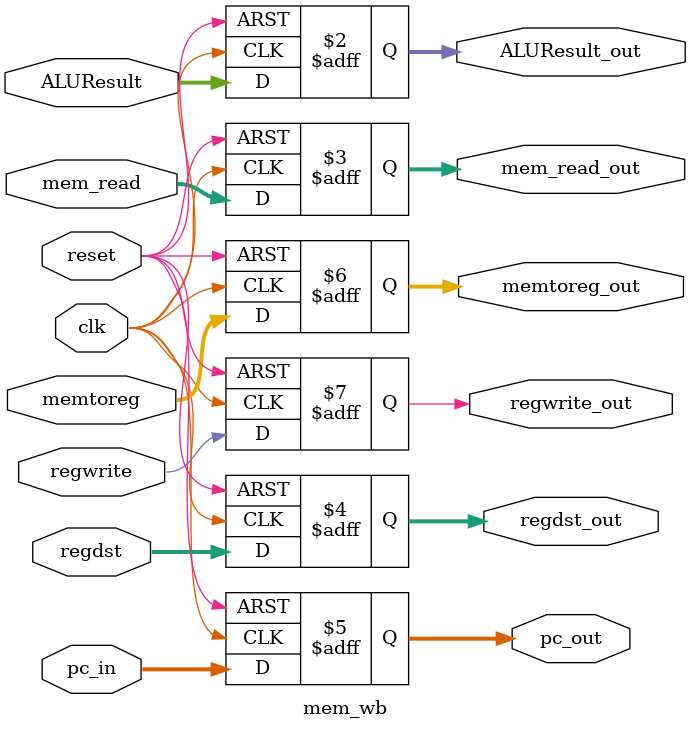
<source format=v>
`timescale 1ns / 1ps
module mem_wb (
    input wire clk,
    input wire reset,
    
    input wire [31:0] ALUResult,
    input wire [31:0] mem_read,
    input wire [4:0] regdst, //write register in 
    input wire [31:0] pc_in, 
    
    output reg [31:0] ALUResult_out,
    output reg [31:0] mem_read_out, 
    output reg [4:0] regdst_out, //write register out
    output reg [31:0] pc_out,
    
    //input control signals 
    input wire [1:0] memtoreg,
    input wire regwrite,
    
    //output control signals 
    output reg [1:0] memtoreg_out,
    output reg regwrite_out
    
);

always @(posedge clk or posedge reset) begin
    if (reset) begin
        ALUResult_out <= 32'b0;
        mem_read_out <= 32'b0;
        regdst_out <= 5'b0;
        pc_out <= 32'b0;
        
        //control signals reset 
        regwrite_out <= 1'b0;
        memtoreg_out <= 1'b0;
        
    end else begin
        ALUResult_out <= ALUResult;
        mem_read_out <= mem_read;
        regdst_out <= regdst;
        pc_out <= pc_in;
        
        //control signals passing 
        regwrite_out <= regwrite;
        memtoreg_out <= memtoreg;
    end
end

endmodule


</source>
